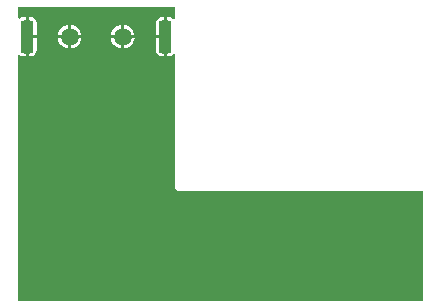
<source format=gbl>
G04*
G04 #@! TF.GenerationSoftware,Altium Limited,Altium NEXUS,2.1.5 (53)*
G04*
G04 Layer_Physical_Order=2*
G04 Layer_Color=16711680*
%FSLAX44Y44*%
%MOMM*%
G71*
G01*
G75*
G04:AMPARAMS|DCode=17|XSize=1.1mm|YSize=2.8mm|CornerRadius=0.275mm|HoleSize=0mm|Usage=FLASHONLY|Rotation=180.000|XOffset=0mm|YOffset=0mm|HoleType=Round|Shape=RoundedRectangle|*
%AMROUNDEDRECTD17*
21,1,1.1000,2.2500,0,0,180.0*
21,1,0.5500,2.8000,0,0,180.0*
1,1,0.5500,-0.2750,1.1250*
1,1,0.5500,0.2750,1.1250*
1,1,0.5500,0.2750,-1.1250*
1,1,0.5500,-0.2750,-1.1250*
%
%ADD17ROUNDEDRECTD17*%
%ADD18C,1.5000*%
%ADD19C,0.6000*%
G36*
X136599Y242293D02*
X135329Y241908D01*
X135064Y242304D01*
X133314Y243473D01*
X131250Y243884D01*
X129770D01*
Y227240D01*
X128500D01*
D01*
X129770D01*
Y210596D01*
X131250D01*
X133314Y211007D01*
X135064Y212176D01*
X135329Y212572D01*
X136599Y212187D01*
Y100076D01*
X136873Y98695D01*
X137656Y97524D01*
X138827Y96741D01*
X140208Y96467D01*
X346599D01*
Y3685D01*
X3817D01*
Y211738D01*
X5087Y212075D01*
X6686Y211007D01*
X8750Y210596D01*
X10230D01*
Y227240D01*
Y243884D01*
X8750D01*
X6686Y243473D01*
X5087Y242405D01*
X3817Y242742D01*
Y252169D01*
X136599D01*
Y242293D01*
D02*
G37*
%LPC*%
G36*
X48770Y237199D02*
Y228510D01*
X57459D01*
X57282Y229861D01*
X56270Y232303D01*
X54661Y234401D01*
X52563Y236010D01*
X50121Y237022D01*
X48770Y237199D01*
D02*
G37*
G36*
X14250Y243884D02*
X12770D01*
Y228510D01*
X19644D01*
Y238490D01*
X19233Y240554D01*
X18064Y242304D01*
X16314Y243473D01*
X14250Y243884D01*
D02*
G37*
G36*
X93770Y237199D02*
Y228510D01*
X102459D01*
X102282Y229861D01*
X101270Y232303D01*
X99661Y234401D01*
X97563Y236010D01*
X95121Y237022D01*
X93770Y237199D01*
D02*
G37*
G36*
X127230Y243884D02*
X125750D01*
X123686Y243473D01*
X121936Y242304D01*
X120767Y240554D01*
X120356Y238490D01*
Y228510D01*
X127230D01*
Y243884D01*
D02*
G37*
G36*
X46230Y237199D02*
X44879Y237022D01*
X42437Y236010D01*
X40339Y234401D01*
X38730Y232303D01*
X37718Y229861D01*
X37541Y228510D01*
X46230D01*
Y237199D01*
D02*
G37*
G36*
X91230D02*
X89879Y237022D01*
X87437Y236010D01*
X85339Y234401D01*
X83730Y232303D01*
X82718Y229861D01*
X82541Y228510D01*
X91230D01*
Y237199D01*
D02*
G37*
G36*
X102459Y225970D02*
X93770D01*
Y217281D01*
X95121Y217458D01*
X97563Y218470D01*
X99661Y220079D01*
X101270Y222177D01*
X102282Y224619D01*
X102459Y225970D01*
D02*
G37*
G36*
X57459D02*
X48770D01*
Y217281D01*
X50121Y217458D01*
X52563Y218470D01*
X54661Y220079D01*
X56270Y222177D01*
X57282Y224619D01*
X57459Y225970D01*
D02*
G37*
G36*
X91230D02*
X82541D01*
X82718Y224619D01*
X83730Y222177D01*
X85339Y220079D01*
X87437Y218470D01*
X89879Y217458D01*
X91230Y217281D01*
Y225970D01*
D02*
G37*
G36*
X46230D02*
X37541D01*
X37718Y224619D01*
X38730Y222177D01*
X40339Y220079D01*
X42437Y218470D01*
X44879Y217458D01*
X46230Y217281D01*
Y225970D01*
D02*
G37*
G36*
X127230D02*
X120356D01*
Y215990D01*
X120767Y213926D01*
X121936Y212176D01*
X123686Y211007D01*
X125750Y210596D01*
X127230D01*
Y225970D01*
D02*
G37*
G36*
X19644D02*
X12770D01*
Y210596D01*
X14250D01*
X16314Y211007D01*
X18064Y212176D01*
X19233Y213926D01*
X19644Y215990D01*
Y225970D01*
D02*
G37*
%LPD*%
D17*
X128500Y227240D02*
D03*
X11500D02*
D03*
D18*
X92500D02*
D03*
X47500D02*
D03*
D19*
X330000Y80000D02*
D03*
X320000Y60000D02*
D03*
X330000Y40000D02*
D03*
X320000Y20000D02*
D03*
X310000Y80000D02*
D03*
X300000Y60000D02*
D03*
X310000Y40000D02*
D03*
X300000Y20000D02*
D03*
X290000Y40000D02*
D03*
X280000Y20000D02*
D03*
X260000Y60000D02*
D03*
X270000Y40000D02*
D03*
X260000Y20000D02*
D03*
X240000Y60000D02*
D03*
Y20000D02*
D03*
X220000D02*
D03*
X200000Y60000D02*
D03*
Y20000D02*
D03*
X190000Y80000D02*
D03*
X180000Y60000D02*
D03*
Y20000D02*
D03*
X170000Y80000D02*
D03*
X160000Y60000D02*
D03*
Y20000D02*
D03*
X150000Y80000D02*
D03*
X140000Y60000D02*
D03*
Y20000D02*
D03*
X130000Y200000D02*
D03*
X120000Y180000D02*
D03*
X130000Y160000D02*
D03*
X120000Y140000D02*
D03*
X130000Y120000D02*
D03*
X120000Y100000D02*
D03*
X130000Y80000D02*
D03*
X120000Y60000D02*
D03*
Y20000D02*
D03*
X100000Y180000D02*
D03*
X110000Y160000D02*
D03*
X100000Y140000D02*
D03*
X110000Y120000D02*
D03*
X100000Y100000D02*
D03*
X110000Y80000D02*
D03*
X100000Y60000D02*
D03*
Y20000D02*
D03*
X80000Y180000D02*
D03*
X90000Y160000D02*
D03*
X80000Y140000D02*
D03*
X90000Y120000D02*
D03*
X80000Y100000D02*
D03*
X90000Y80000D02*
D03*
X80000Y60000D02*
D03*
Y20000D02*
D03*
X60000Y180000D02*
D03*
X70000Y160000D02*
D03*
X60000Y140000D02*
D03*
X70000Y120000D02*
D03*
X60000Y100000D02*
D03*
X70000Y80000D02*
D03*
X60000Y60000D02*
D03*
Y20000D02*
D03*
X50000Y160000D02*
D03*
Y120000D02*
D03*
Y80000D02*
D03*
X40000Y20000D02*
D03*
X20000Y180000D02*
D03*
Y140000D02*
D03*
Y100000D02*
D03*
Y60000D02*
D03*
X30000Y40000D02*
D03*
X20000Y20000D02*
D03*
M02*

</source>
